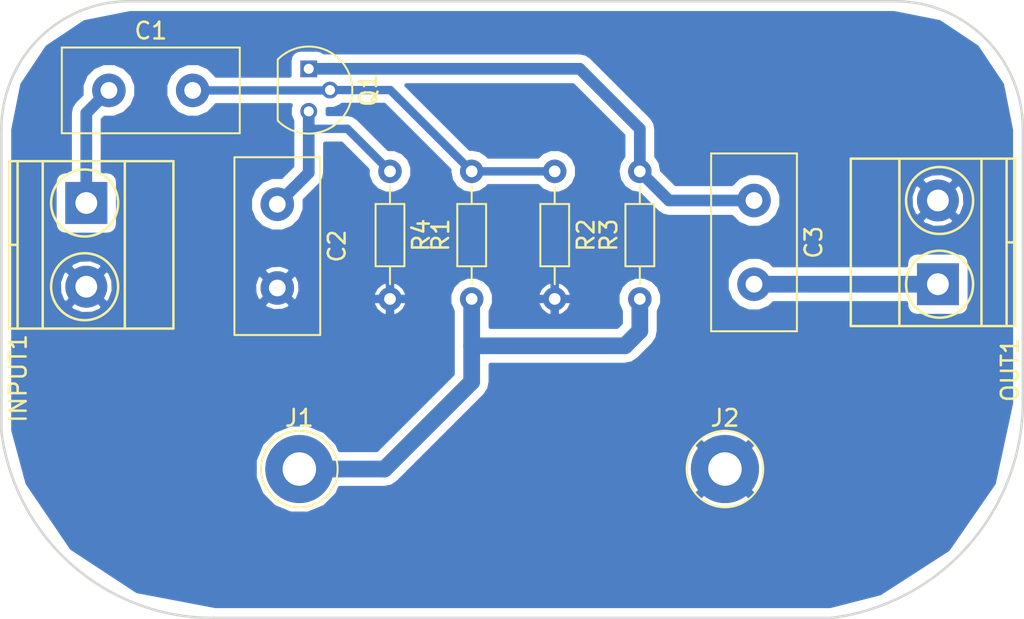
<source format=kicad_pcb>
(kicad_pcb (version 4) (host pcbnew 4.0.6)

  (general
    (links 16)
    (no_connects 0)
    (area 111.675 76.124999 173.075 113.10538)
    (thickness 1.6)
    (drawings 10)
    (tracks 25)
    (zones 0)
    (modules 12)
    (nets 8)
  )

  (page A4)
  (title_block
    (title "Single Transistor AMP")
  )

  (layers
    (0 F.Cu signal)
    (31 B.Cu signal)
    (32 B.Adhes user)
    (33 F.Adhes user)
    (34 B.Paste user)
    (35 F.Paste user)
    (36 B.SilkS user)
    (37 F.SilkS user)
    (38 B.Mask user)
    (39 F.Mask user)
    (40 Dwgs.User user)
    (41 Cmts.User user)
    (42 Eco1.User user)
    (43 Eco2.User user)
    (44 Edge.Cuts user)
    (45 Margin user)
    (46 B.CrtYd user)
    (47 F.CrtYd user)
    (48 B.Fab user)
    (49 F.Fab user)
  )

  (setup
    (last_trace_width 0.25)
    (user_trace_width 0.2)
    (user_trace_width 0.3)
    (user_trace_width 0.5)
    (user_trace_width 0.7)
    (user_trace_width 1)
    (user_trace_width 1.2)
    (user_trace_width 1.5)
    (user_trace_width 1.7)
    (trace_clearance 0.25)
    (zone_clearance 0.508)
    (zone_45_only no)
    (trace_min 0.2)
    (segment_width 0.2)
    (edge_width 0.15)
    (via_size 0.6)
    (via_drill 0.4)
    (via_min_size 0.4)
    (via_min_drill 0.3)
    (uvia_size 0.3)
    (uvia_drill 0.1)
    (uvias_allowed no)
    (uvia_min_size 0.2)
    (uvia_min_drill 0.1)
    (pcb_text_width 0.3)
    (pcb_text_size 1.5 1.5)
    (mod_edge_width 0.15)
    (mod_text_size 1 1)
    (mod_text_width 0.15)
    (pad_size 4.064 4.064)
    (pad_drill 2)
    (pad_to_mask_clearance 0.2)
    (aux_axis_origin 0 0)
    (visible_elements 7FFFFFFF)
    (pcbplotparams
      (layerselection 0x00000_80000001)
      (usegerberextensions false)
      (excludeedgelayer true)
      (linewidth 0.100000)
      (plotframeref false)
      (viasonmask false)
      (mode 1)
      (useauxorigin false)
      (hpglpennumber 1)
      (hpglpenspeed 20)
      (hpglpendiameter 15)
      (hpglpenoverlay 2)
      (psnegative false)
      (psa4output false)
      (plotreference true)
      (plotvalue true)
      (plotinvisibletext false)
      (padsonsilk false)
      (subtractmaskfromsilk false)
      (outputformat 5)
      (mirror false)
      (drillshape 0)
      (scaleselection 1)
      (outputdirectory ""))
  )

  (net 0 "")
  (net 1 "Net-(C1-Pad1)")
  (net 2 "Net-(C1-Pad2)")
  (net 3 "Net-(C2-Pad1)")
  (net 4 GND)
  (net 5 "Net-(C3-Pad1)")
  (net 6 "Net-(C3-Pad2)")
  (net 7 +12V)

  (net_class Default "This is the default net class."
    (clearance 0.25)
    (trace_width 0.25)
    (via_dia 0.6)
    (via_drill 0.4)
    (uvia_dia 0.3)
    (uvia_drill 0.1)
    (add_net "Net-(C1-Pad1)")
    (add_net "Net-(C1-Pad2)")
    (add_net "Net-(C2-Pad1)")
    (add_net "Net-(C3-Pad1)")
    (add_net "Net-(C3-Pad2)")
  )

  (net_class Power ""
    (clearance 0.25)
    (trace_width 0.25)
    (via_dia 0.6)
    (via_drill 0.4)
    (uvia_dia 0.3)
    (uvia_drill 0.1)
    (add_net +12V)
    (add_net GND)
  )

  (module Connectors:1pin (layer F.Cu) (tedit 591F642E) (tstamp 591F6473)
    (at 154.94 104.14)
    (descr "module 1 pin (ou trou mecanique de percage)")
    (tags DEV)
    (path /591F7874)
    (fp_text reference J2 (at 0 -3.048) (layer F.SilkS)
      (effects (font (size 1 1) (thickness 0.15)))
    )
    (fp_text value GND (at 0 3) (layer F.Fab)
      (effects (font (size 1 1) (thickness 0.15)))
    )
    (fp_circle (center 0 0) (end 2 0.8) (layer F.Fab) (width 0.1))
    (fp_circle (center 0 0) (end 2.6 0) (layer F.CrtYd) (width 0.05))
    (fp_circle (center 0 0) (end 0 -2.286) (layer F.SilkS) (width 0.12))
    (pad 1 thru_hole circle (at 0 0) (size 4.064 4.064) (drill 2) (layers *.Cu *.Mask)
      (net 4 GND))
  )

  (module Connectors_Terminal_Blocks:TerminalBlock_Pheonix_MKDS1.5-2pol (layer F.Cu) (tedit 563007E4) (tstamp 591F2A1A)
    (at 116.825 88.25 270)
    (descr "2-way 5mm pitch terminal block, Phoenix MKDS series")
    (path /591F2347)
    (fp_text reference INPUT1 (at 10.475 4.075 270) (layer F.SilkS)
      (effects (font (size 1 1) (thickness 0.15)))
    )
    (fp_text value SIGNAL (at 2.5 -6.6 270) (layer F.Fab)
      (effects (font (size 1 1) (thickness 0.15)))
    )
    (fp_line (start -2.7 -5.4) (end 7.7 -5.4) (layer F.CrtYd) (width 0.05))
    (fp_line (start -2.7 4.8) (end -2.7 -5.4) (layer F.CrtYd) (width 0.05))
    (fp_line (start 7.7 4.8) (end -2.7 4.8) (layer F.CrtYd) (width 0.05))
    (fp_line (start 7.7 -5.4) (end 7.7 4.8) (layer F.CrtYd) (width 0.05))
    (fp_line (start 2.5 4.1) (end 2.5 4.6) (layer F.SilkS) (width 0.15))
    (fp_circle (center 5 0.1) (end 3 0.1) (layer F.SilkS) (width 0.15))
    (fp_circle (center 0 0.1) (end 2 0.1) (layer F.SilkS) (width 0.15))
    (fp_line (start -2.5 2.6) (end 7.5 2.6) (layer F.SilkS) (width 0.15))
    (fp_line (start -2.5 -2.3) (end 7.5 -2.3) (layer F.SilkS) (width 0.15))
    (fp_line (start -2.5 4.1) (end 7.5 4.1) (layer F.SilkS) (width 0.15))
    (fp_line (start -2.5 4.6) (end 7.5 4.6) (layer F.SilkS) (width 0.15))
    (fp_line (start 7.5 4.6) (end 7.5 -5.2) (layer F.SilkS) (width 0.15))
    (fp_line (start 7.5 -5.2) (end -2.5 -5.2) (layer F.SilkS) (width 0.15))
    (fp_line (start -2.5 -5.2) (end -2.5 4.6) (layer F.SilkS) (width 0.15))
    (pad 1 thru_hole rect (at 0 0 270) (size 2.5 2.5) (drill 1.3) (layers *.Cu *.Mask)
      (net 1 "Net-(C1-Pad1)"))
    (pad 2 thru_hole circle (at 5 0 270) (size 2.5 2.5) (drill 1.3) (layers *.Cu *.Mask)
      (net 4 GND))
    (model Terminal_Blocks.3dshapes/TerminalBlock_Pheonix_MKDS1.5-2pol.wrl
      (at (xyz 0.0984 0 0))
      (scale (xyz 1 1 1))
      (rotate (xyz 0 0 0))
    )
  )

  (module Connectors_Terminal_Blocks:TerminalBlock_Pheonix_MKDS1.5-2pol (layer F.Cu) (tedit 563007E4) (tstamp 591F2A2E)
    (at 167.65 93.1 90)
    (descr "2-way 5mm pitch terminal block, Phoenix MKDS series")
    (path /591F2234)
    (fp_text reference OUT1 (at -5.125 4.3 90) (layer F.SilkS)
      (effects (font (size 1 1) (thickness 0.15)))
    )
    (fp_text value Signal (at 2.5 -6.6 90) (layer F.Fab)
      (effects (font (size 1 1) (thickness 0.15)))
    )
    (fp_line (start -2.7 -5.4) (end 7.7 -5.4) (layer F.CrtYd) (width 0.05))
    (fp_line (start -2.7 4.8) (end -2.7 -5.4) (layer F.CrtYd) (width 0.05))
    (fp_line (start 7.7 4.8) (end -2.7 4.8) (layer F.CrtYd) (width 0.05))
    (fp_line (start 7.7 -5.4) (end 7.7 4.8) (layer F.CrtYd) (width 0.05))
    (fp_line (start 2.5 4.1) (end 2.5 4.6) (layer F.SilkS) (width 0.15))
    (fp_circle (center 5 0.1) (end 3 0.1) (layer F.SilkS) (width 0.15))
    (fp_circle (center 0 0.1) (end 2 0.1) (layer F.SilkS) (width 0.15))
    (fp_line (start -2.5 2.6) (end 7.5 2.6) (layer F.SilkS) (width 0.15))
    (fp_line (start -2.5 -2.3) (end 7.5 -2.3) (layer F.SilkS) (width 0.15))
    (fp_line (start -2.5 4.1) (end 7.5 4.1) (layer F.SilkS) (width 0.15))
    (fp_line (start -2.5 4.6) (end 7.5 4.6) (layer F.SilkS) (width 0.15))
    (fp_line (start 7.5 4.6) (end 7.5 -5.2) (layer F.SilkS) (width 0.15))
    (fp_line (start 7.5 -5.2) (end -2.5 -5.2) (layer F.SilkS) (width 0.15))
    (fp_line (start -2.5 -5.2) (end -2.5 4.6) (layer F.SilkS) (width 0.15))
    (pad 1 thru_hole rect (at 0 0 90) (size 2.5 2.5) (drill 1.3) (layers *.Cu *.Mask)
      (net 6 "Net-(C3-Pad2)"))
    (pad 2 thru_hole circle (at 5 0 90) (size 2.5 2.5) (drill 1.3) (layers *.Cu *.Mask)
      (net 4 GND))
    (model Terminal_Blocks.3dshapes/TerminalBlock_Pheonix_MKDS1.5-2pol.wrl
      (at (xyz 0.0984 0 0))
      (scale (xyz 1 1 1))
      (rotate (xyz 0 0 0))
    )
  )

  (module TO_SOT_Packages_THT:TO-92_Molded_Narrow (layer F.Cu) (tedit 58CE52AF) (tstamp 591F2A40)
    (at 130.1 80.235 270)
    (descr "TO-92 leads molded, narrow, drill 0.6mm (see NXP sot054_po.pdf)")
    (tags "to-92 sc-43 sc-43a sot54 PA33 transistor")
    (path /591F19E0)
    (fp_text reference Q1 (at 1.27 -3.56 270) (layer F.SilkS)
      (effects (font (size 1 1) (thickness 0.15)))
    )
    (fp_text value BC548 (at 1.27 2.79 270) (layer F.Fab)
      (effects (font (size 1 1) (thickness 0.15)))
    )
    (fp_text user %R (at 1.27 -3.56 270) (layer F.Fab)
      (effects (font (size 1 1) (thickness 0.15)))
    )
    (fp_line (start -0.53 1.85) (end 3.07 1.85) (layer F.SilkS) (width 0.12))
    (fp_line (start -0.5 1.75) (end 3 1.75) (layer F.Fab) (width 0.1))
    (fp_line (start -1.46 -2.73) (end 4 -2.73) (layer F.CrtYd) (width 0.05))
    (fp_line (start -1.46 -2.73) (end -1.46 2.01) (layer F.CrtYd) (width 0.05))
    (fp_line (start 4 2.01) (end 4 -2.73) (layer F.CrtYd) (width 0.05))
    (fp_line (start 4 2.01) (end -1.46 2.01) (layer F.CrtYd) (width 0.05))
    (fp_arc (start 1.27 0) (end 1.27 -2.48) (angle 135) (layer F.Fab) (width 0.1))
    (fp_arc (start 1.27 0) (end 1.27 -2.6) (angle -135) (layer F.SilkS) (width 0.12))
    (fp_arc (start 1.27 0) (end 1.27 -2.48) (angle -135) (layer F.Fab) (width 0.1))
    (fp_arc (start 1.27 0) (end 1.27 -2.6) (angle 135) (layer F.SilkS) (width 0.12))
    (pad 2 thru_hole circle (at 1.27 -1.27) (size 1 1) (drill 0.6) (layers *.Cu *.Mask)
      (net 2 "Net-(C1-Pad2)"))
    (pad 3 thru_hole circle (at 2.54 0) (size 1 1) (drill 0.6) (layers *.Cu *.Mask)
      (net 3 "Net-(C2-Pad1)"))
    (pad 1 thru_hole rect (at 0 0) (size 1 1) (drill 0.6) (layers *.Cu *.Mask)
      (net 5 "Net-(C3-Pad1)"))
    (model ${KISYS3DMOD}/TO_SOT_Packages_THT.3dshapes/TO-92_Molded_Narrow.wrl
      (at (xyz 0.05 0 0))
      (scale (xyz 1 1 1))
      (rotate (xyz 0 0 -90))
    )
  )

  (module Resistors_THT:R_Axial_DIN0204_L3.6mm_D1.6mm_P7.62mm_Horizontal (layer F.Cu) (tedit 5874F706) (tstamp 591F2A6C)
    (at 144.78 86.36 270)
    (descr "Resistor, Axial_DIN0204 series, Axial, Horizontal, pin pitch=7.62mm, 0.16666666666666666W = 1/6W, length*diameter=3.6*1.6mm^2, http://cdn-reichelt.de/documents/datenblatt/B400/1_4W%23YAG.pdf")
    (tags "Resistor Axial_DIN0204 series Axial Horizontal pin pitch 7.62mm 0.16666666666666666W = 1/6W length 3.6mm diameter 1.6mm")
    (path /591F1B97)
    (fp_text reference R2 (at 3.81 -1.86 270) (layer F.SilkS)
      (effects (font (size 1 1) (thickness 0.15)))
    )
    (fp_text value 6,8k (at 3.81 1.86 270) (layer F.Fab)
      (effects (font (size 1 1) (thickness 0.15)))
    )
    (fp_line (start 2.01 -0.8) (end 2.01 0.8) (layer F.Fab) (width 0.1))
    (fp_line (start 2.01 0.8) (end 5.61 0.8) (layer F.Fab) (width 0.1))
    (fp_line (start 5.61 0.8) (end 5.61 -0.8) (layer F.Fab) (width 0.1))
    (fp_line (start 5.61 -0.8) (end 2.01 -0.8) (layer F.Fab) (width 0.1))
    (fp_line (start 0 0) (end 2.01 0) (layer F.Fab) (width 0.1))
    (fp_line (start 7.62 0) (end 5.61 0) (layer F.Fab) (width 0.1))
    (fp_line (start 1.95 -0.86) (end 1.95 0.86) (layer F.SilkS) (width 0.12))
    (fp_line (start 1.95 0.86) (end 5.67 0.86) (layer F.SilkS) (width 0.12))
    (fp_line (start 5.67 0.86) (end 5.67 -0.86) (layer F.SilkS) (width 0.12))
    (fp_line (start 5.67 -0.86) (end 1.95 -0.86) (layer F.SilkS) (width 0.12))
    (fp_line (start 0.88 0) (end 1.95 0) (layer F.SilkS) (width 0.12))
    (fp_line (start 6.74 0) (end 5.67 0) (layer F.SilkS) (width 0.12))
    (fp_line (start -0.95 -1.15) (end -0.95 1.15) (layer F.CrtYd) (width 0.05))
    (fp_line (start -0.95 1.15) (end 8.6 1.15) (layer F.CrtYd) (width 0.05))
    (fp_line (start 8.6 1.15) (end 8.6 -1.15) (layer F.CrtYd) (width 0.05))
    (fp_line (start 8.6 -1.15) (end -0.95 -1.15) (layer F.CrtYd) (width 0.05))
    (pad 1 thru_hole circle (at 0 0 270) (size 1.4 1.4) (drill 0.7) (layers *.Cu *.Mask)
      (net 2 "Net-(C1-Pad2)"))
    (pad 2 thru_hole oval (at 7.62 0 270) (size 1.4 1.4) (drill 0.7) (layers *.Cu *.Mask)
      (net 4 GND))
    (model Resistors_THT.3dshapes/R_Axial_DIN0204_L3.6mm_D1.6mm_P7.62mm_Horizontal.wrl
      (at (xyz 0 0 0))
      (scale (xyz 0.393701 0.393701 0.393701))
      (rotate (xyz 0 0 0))
    )
  )

  (module Resistors_THT:R_Axial_DIN0204_L3.6mm_D1.6mm_P7.62mm_Horizontal (layer F.Cu) (tedit 5874F706) (tstamp 591F2A82)
    (at 149.86 93.98 90)
    (descr "Resistor, Axial_DIN0204 series, Axial, Horizontal, pin pitch=7.62mm, 0.16666666666666666W = 1/6W, length*diameter=3.6*1.6mm^2, http://cdn-reichelt.de/documents/datenblatt/B400/1_4W%23YAG.pdf")
    (tags "Resistor Axial_DIN0204 series Axial Horizontal pin pitch 7.62mm 0.16666666666666666W = 1/6W length 3.6mm diameter 1.6mm")
    (path /591F1B24)
    (fp_text reference R3 (at 3.81 -1.86 90) (layer F.SilkS)
      (effects (font (size 1 1) (thickness 0.15)))
    )
    (fp_text value 4,7k (at 3.81 1.86 90) (layer F.Fab)
      (effects (font (size 1 1) (thickness 0.15)))
    )
    (fp_line (start 2.01 -0.8) (end 2.01 0.8) (layer F.Fab) (width 0.1))
    (fp_line (start 2.01 0.8) (end 5.61 0.8) (layer F.Fab) (width 0.1))
    (fp_line (start 5.61 0.8) (end 5.61 -0.8) (layer F.Fab) (width 0.1))
    (fp_line (start 5.61 -0.8) (end 2.01 -0.8) (layer F.Fab) (width 0.1))
    (fp_line (start 0 0) (end 2.01 0) (layer F.Fab) (width 0.1))
    (fp_line (start 7.62 0) (end 5.61 0) (layer F.Fab) (width 0.1))
    (fp_line (start 1.95 -0.86) (end 1.95 0.86) (layer F.SilkS) (width 0.12))
    (fp_line (start 1.95 0.86) (end 5.67 0.86) (layer F.SilkS) (width 0.12))
    (fp_line (start 5.67 0.86) (end 5.67 -0.86) (layer F.SilkS) (width 0.12))
    (fp_line (start 5.67 -0.86) (end 1.95 -0.86) (layer F.SilkS) (width 0.12))
    (fp_line (start 0.88 0) (end 1.95 0) (layer F.SilkS) (width 0.12))
    (fp_line (start 6.74 0) (end 5.67 0) (layer F.SilkS) (width 0.12))
    (fp_line (start -0.95 -1.15) (end -0.95 1.15) (layer F.CrtYd) (width 0.05))
    (fp_line (start -0.95 1.15) (end 8.6 1.15) (layer F.CrtYd) (width 0.05))
    (fp_line (start 8.6 1.15) (end 8.6 -1.15) (layer F.CrtYd) (width 0.05))
    (fp_line (start 8.6 -1.15) (end -0.95 -1.15) (layer F.CrtYd) (width 0.05))
    (pad 1 thru_hole circle (at 0 0 90) (size 1.4 1.4) (drill 0.7) (layers *.Cu *.Mask)
      (net 7 +12V))
    (pad 2 thru_hole oval (at 7.62 0 90) (size 1.4 1.4) (drill 0.7) (layers *.Cu *.Mask)
      (net 5 "Net-(C3-Pad1)"))
    (model Resistors_THT.3dshapes/R_Axial_DIN0204_L3.6mm_D1.6mm_P7.62mm_Horizontal.wrl
      (at (xyz 0 0 0))
      (scale (xyz 0.393701 0.393701 0.393701))
      (rotate (xyz 0 0 0))
    )
  )

  (module Resistors_THT:R_Axial_DIN0204_L3.6mm_D1.6mm_P7.62mm_Horizontal (layer F.Cu) (tedit 5874F706) (tstamp 591F2A98)
    (at 134.95 86.36 270)
    (descr "Resistor, Axial_DIN0204 series, Axial, Horizontal, pin pitch=7.62mm, 0.16666666666666666W = 1/6W, length*diameter=3.6*1.6mm^2, http://cdn-reichelt.de/documents/datenblatt/B400/1_4W%23YAG.pdf")
    (tags "Resistor Axial_DIN0204 series Axial Horizontal pin pitch 7.62mm 0.16666666666666666W = 1/6W length 3.6mm diameter 1.6mm")
    (path /591F1C35)
    (fp_text reference R4 (at 3.81 -1.86 270) (layer F.SilkS)
      (effects (font (size 1 1) (thickness 0.15)))
    )
    (fp_text value 1,8k (at 3.81 1.86 270) (layer F.Fab)
      (effects (font (size 1 1) (thickness 0.15)))
    )
    (fp_line (start 2.01 -0.8) (end 2.01 0.8) (layer F.Fab) (width 0.1))
    (fp_line (start 2.01 0.8) (end 5.61 0.8) (layer F.Fab) (width 0.1))
    (fp_line (start 5.61 0.8) (end 5.61 -0.8) (layer F.Fab) (width 0.1))
    (fp_line (start 5.61 -0.8) (end 2.01 -0.8) (layer F.Fab) (width 0.1))
    (fp_line (start 0 0) (end 2.01 0) (layer F.Fab) (width 0.1))
    (fp_line (start 7.62 0) (end 5.61 0) (layer F.Fab) (width 0.1))
    (fp_line (start 1.95 -0.86) (end 1.95 0.86) (layer F.SilkS) (width 0.12))
    (fp_line (start 1.95 0.86) (end 5.67 0.86) (layer F.SilkS) (width 0.12))
    (fp_line (start 5.67 0.86) (end 5.67 -0.86) (layer F.SilkS) (width 0.12))
    (fp_line (start 5.67 -0.86) (end 1.95 -0.86) (layer F.SilkS) (width 0.12))
    (fp_line (start 0.88 0) (end 1.95 0) (layer F.SilkS) (width 0.12))
    (fp_line (start 6.74 0) (end 5.67 0) (layer F.SilkS) (width 0.12))
    (fp_line (start -0.95 -1.15) (end -0.95 1.15) (layer F.CrtYd) (width 0.05))
    (fp_line (start -0.95 1.15) (end 8.6 1.15) (layer F.CrtYd) (width 0.05))
    (fp_line (start 8.6 1.15) (end 8.6 -1.15) (layer F.CrtYd) (width 0.05))
    (fp_line (start 8.6 -1.15) (end -0.95 -1.15) (layer F.CrtYd) (width 0.05))
    (pad 1 thru_hole circle (at 0 0 270) (size 1.4 1.4) (drill 0.7) (layers *.Cu *.Mask)
      (net 3 "Net-(C2-Pad1)"))
    (pad 2 thru_hole oval (at 7.62 0 270) (size 1.4 1.4) (drill 0.7) (layers *.Cu *.Mask)
      (net 4 GND))
    (model Resistors_THT.3dshapes/R_Axial_DIN0204_L3.6mm_D1.6mm_P7.62mm_Horizontal.wrl
      (at (xyz 0 0 0))
      (scale (xyz 0.393701 0.393701 0.393701))
      (rotate (xyz 0 0 0))
    )
  )

  (module Resistors_THT:R_Axial_DIN0204_L3.6mm_D1.6mm_P7.62mm_Horizontal (layer F.Cu) (tedit 5874F706) (tstamp 591F62AE)
    (at 139.825 93.98 90)
    (descr "Resistor, Axial_DIN0204 series, Axial, Horizontal, pin pitch=7.62mm, 0.16666666666666666W = 1/6W, length*diameter=3.6*1.6mm^2, http://cdn-reichelt.de/documents/datenblatt/B400/1_4W%23YAG.pdf")
    (tags "Resistor Axial_DIN0204 series Axial Horizontal pin pitch 7.62mm 0.16666666666666666W = 1/6W length 3.6mm diameter 1.6mm")
    (path /591F1BDE)
    (fp_text reference R1 (at 3.81 -1.86 90) (layer F.SilkS)
      (effects (font (size 1 1) (thickness 0.15)))
    )
    (fp_text value 22k (at 3.81 1.86 90) (layer F.Fab)
      (effects (font (size 1 1) (thickness 0.15)))
    )
    (fp_line (start 2.01 -0.8) (end 2.01 0.8) (layer F.Fab) (width 0.1))
    (fp_line (start 2.01 0.8) (end 5.61 0.8) (layer F.Fab) (width 0.1))
    (fp_line (start 5.61 0.8) (end 5.61 -0.8) (layer F.Fab) (width 0.1))
    (fp_line (start 5.61 -0.8) (end 2.01 -0.8) (layer F.Fab) (width 0.1))
    (fp_line (start 0 0) (end 2.01 0) (layer F.Fab) (width 0.1))
    (fp_line (start 7.62 0) (end 5.61 0) (layer F.Fab) (width 0.1))
    (fp_line (start 1.95 -0.86) (end 1.95 0.86) (layer F.SilkS) (width 0.12))
    (fp_line (start 1.95 0.86) (end 5.67 0.86) (layer F.SilkS) (width 0.12))
    (fp_line (start 5.67 0.86) (end 5.67 -0.86) (layer F.SilkS) (width 0.12))
    (fp_line (start 5.67 -0.86) (end 1.95 -0.86) (layer F.SilkS) (width 0.12))
    (fp_line (start 0.88 0) (end 1.95 0) (layer F.SilkS) (width 0.12))
    (fp_line (start 6.74 0) (end 5.67 0) (layer F.SilkS) (width 0.12))
    (fp_line (start -0.95 -1.15) (end -0.95 1.15) (layer F.CrtYd) (width 0.05))
    (fp_line (start -0.95 1.15) (end 8.6 1.15) (layer F.CrtYd) (width 0.05))
    (fp_line (start 8.6 1.15) (end 8.6 -1.15) (layer F.CrtYd) (width 0.05))
    (fp_line (start 8.6 -1.15) (end -0.95 -1.15) (layer F.CrtYd) (width 0.05))
    (pad 1 thru_hole circle (at 0 0 90) (size 1.4 1.4) (drill 0.7) (layers *.Cu *.Mask)
      (net 7 +12V))
    (pad 2 thru_hole oval (at 7.62 0 90) (size 1.4 1.4) (drill 0.7) (layers *.Cu *.Mask)
      (net 2 "Net-(C1-Pad2)"))
    (model Resistors_THT.3dshapes/R_Axial_DIN0204_L3.6mm_D1.6mm_P7.62mm_Horizontal.wrl
      (at (xyz 0 0 0))
      (scale (xyz 0.393701 0.393701 0.393701))
      (rotate (xyz 0 0 0))
    )
  )

  (module Connectors:1pin (layer F.Cu) (tedit 591F6420) (tstamp 591F646B)
    (at 129.54 104.14)
    (descr "module 1 pin (ou trou mecanique de percage)")
    (tags DEV)
    (path /591F7342)
    (fp_text reference J1 (at 0 -3.048) (layer F.SilkS)
      (effects (font (size 1 1) (thickness 0.15)))
    )
    (fp_text value +12V (at 0 3) (layer F.Fab)
      (effects (font (size 1 1) (thickness 0.15)))
    )
    (fp_circle (center 0 0) (end 2 0.8) (layer F.Fab) (width 0.1))
    (fp_circle (center 0 0) (end 2.6 0) (layer F.CrtYd) (width 0.05))
    (fp_circle (center 0 0) (end 0 -2.286) (layer F.SilkS) (width 0.12))
    (pad 1 thru_hole circle (at 0 0) (size 4.064 4.064) (drill 2) (layers *.Cu *.Mask)
      (net 7 +12V))
  )

  (module Capacitors_THT:C_Disc_D10.5mm_W5.0mm_P5.00mm (layer F.Cu) (tedit 58765D06) (tstamp 591F6496)
    (at 118.175 81.525)
    (descr "C, Disc series, Radial, pin pitch=5.00mm, , diameter*width=10.5*5.0mm^2, Capacitor, http://www.vishay.com/docs/28535/vy2series.pdf")
    (tags "C Disc series Radial pin pitch 5.00mm  diameter 10.5mm width 5.0mm Capacitor")
    (path /591F68E4)
    (fp_text reference C1 (at 2.5 -3.56) (layer F.SilkS)
      (effects (font (size 1 1) (thickness 0.15)))
    )
    (fp_text value 20uF (at 2.5 3.56) (layer F.Fab)
      (effects (font (size 1 1) (thickness 0.15)))
    )
    (fp_line (start -2.75 -2.5) (end -2.75 2.5) (layer F.Fab) (width 0.1))
    (fp_line (start -2.75 2.5) (end 7.75 2.5) (layer F.Fab) (width 0.1))
    (fp_line (start 7.75 2.5) (end 7.75 -2.5) (layer F.Fab) (width 0.1))
    (fp_line (start 7.75 -2.5) (end -2.75 -2.5) (layer F.Fab) (width 0.1))
    (fp_line (start -2.81 -2.56) (end 7.81 -2.56) (layer F.SilkS) (width 0.12))
    (fp_line (start -2.81 2.56) (end 7.81 2.56) (layer F.SilkS) (width 0.12))
    (fp_line (start -2.81 -2.56) (end -2.81 2.56) (layer F.SilkS) (width 0.12))
    (fp_line (start 7.81 -2.56) (end 7.81 2.56) (layer F.SilkS) (width 0.12))
    (fp_line (start -3.1 -2.85) (end -3.1 2.85) (layer F.CrtYd) (width 0.05))
    (fp_line (start -3.1 2.85) (end 8.1 2.85) (layer F.CrtYd) (width 0.05))
    (fp_line (start 8.1 2.85) (end 8.1 -2.85) (layer F.CrtYd) (width 0.05))
    (fp_line (start 8.1 -2.85) (end -3.1 -2.85) (layer F.CrtYd) (width 0.05))
    (pad 1 thru_hole circle (at 0 0) (size 2 2) (drill 1) (layers *.Cu *.Mask)
      (net 1 "Net-(C1-Pad1)"))
    (pad 2 thru_hole circle (at 5 0) (size 2 2) (drill 1) (layers *.Cu *.Mask)
      (net 2 "Net-(C1-Pad2)"))
    (model Capacitors_THT.3dshapes/C_Disc_D10.5mm_W5.0mm_P5.00mm.wrl
      (at (xyz 0 0 0))
      (scale (xyz 0.393701 0.393701 0.393701))
      (rotate (xyz 0 0 0))
    )
  )

  (module Capacitors_THT:C_Disc_D10.5mm_W5.0mm_P5.00mm (layer F.Cu) (tedit 58765D06) (tstamp 591F649C)
    (at 128.225 88.325 270)
    (descr "C, Disc series, Radial, pin pitch=5.00mm, , diameter*width=10.5*5.0mm^2, Capacitor, http://www.vishay.com/docs/28535/vy2series.pdf")
    (tags "C Disc series Radial pin pitch 5.00mm  diameter 10.5mm width 5.0mm Capacitor")
    (path /591F6AD3)
    (fp_text reference C2 (at 2.5 -3.56 270) (layer F.SilkS)
      (effects (font (size 1 1) (thickness 0.15)))
    )
    (fp_text value 50uF (at 2.5 3.56 270) (layer F.Fab)
      (effects (font (size 1 1) (thickness 0.15)))
    )
    (fp_line (start -2.75 -2.5) (end -2.75 2.5) (layer F.Fab) (width 0.1))
    (fp_line (start -2.75 2.5) (end 7.75 2.5) (layer F.Fab) (width 0.1))
    (fp_line (start 7.75 2.5) (end 7.75 -2.5) (layer F.Fab) (width 0.1))
    (fp_line (start 7.75 -2.5) (end -2.75 -2.5) (layer F.Fab) (width 0.1))
    (fp_line (start -2.81 -2.56) (end 7.81 -2.56) (layer F.SilkS) (width 0.12))
    (fp_line (start -2.81 2.56) (end 7.81 2.56) (layer F.SilkS) (width 0.12))
    (fp_line (start -2.81 -2.56) (end -2.81 2.56) (layer F.SilkS) (width 0.12))
    (fp_line (start 7.81 -2.56) (end 7.81 2.56) (layer F.SilkS) (width 0.12))
    (fp_line (start -3.1 -2.85) (end -3.1 2.85) (layer F.CrtYd) (width 0.05))
    (fp_line (start -3.1 2.85) (end 8.1 2.85) (layer F.CrtYd) (width 0.05))
    (fp_line (start 8.1 2.85) (end 8.1 -2.85) (layer F.CrtYd) (width 0.05))
    (fp_line (start 8.1 -2.85) (end -3.1 -2.85) (layer F.CrtYd) (width 0.05))
    (pad 1 thru_hole circle (at 0 0 270) (size 2 2) (drill 1) (layers *.Cu *.Mask)
      (net 3 "Net-(C2-Pad1)"))
    (pad 2 thru_hole circle (at 5 0 270) (size 2 2) (drill 1) (layers *.Cu *.Mask)
      (net 4 GND))
    (model Capacitors_THT.3dshapes/C_Disc_D10.5mm_W5.0mm_P5.00mm.wrl
      (at (xyz 0 0 0))
      (scale (xyz 0.393701 0.393701 0.393701))
      (rotate (xyz 0 0 0))
    )
  )

  (module Capacitors_THT:C_Disc_D10.5mm_W5.0mm_P5.00mm (layer F.Cu) (tedit 58765D06) (tstamp 591F64A2)
    (at 156.675 88.1 270)
    (descr "C, Disc series, Radial, pin pitch=5.00mm, , diameter*width=10.5*5.0mm^2, Capacitor, http://www.vishay.com/docs/28535/vy2series.pdf")
    (tags "C Disc series Radial pin pitch 5.00mm  diameter 10.5mm width 5.0mm Capacitor")
    (path /591F6A24)
    (fp_text reference C3 (at 2.5 -3.56 270) (layer F.SilkS)
      (effects (font (size 1 1) (thickness 0.15)))
    )
    (fp_text value 20uF (at 2.5 3.56 270) (layer F.Fab)
      (effects (font (size 1 1) (thickness 0.15)))
    )
    (fp_line (start -2.75 -2.5) (end -2.75 2.5) (layer F.Fab) (width 0.1))
    (fp_line (start -2.75 2.5) (end 7.75 2.5) (layer F.Fab) (width 0.1))
    (fp_line (start 7.75 2.5) (end 7.75 -2.5) (layer F.Fab) (width 0.1))
    (fp_line (start 7.75 -2.5) (end -2.75 -2.5) (layer F.Fab) (width 0.1))
    (fp_line (start -2.81 -2.56) (end 7.81 -2.56) (layer F.SilkS) (width 0.12))
    (fp_line (start -2.81 2.56) (end 7.81 2.56) (layer F.SilkS) (width 0.12))
    (fp_line (start -2.81 -2.56) (end -2.81 2.56) (layer F.SilkS) (width 0.12))
    (fp_line (start 7.81 -2.56) (end 7.81 2.56) (layer F.SilkS) (width 0.12))
    (fp_line (start -3.1 -2.85) (end -3.1 2.85) (layer F.CrtYd) (width 0.05))
    (fp_line (start -3.1 2.85) (end 8.1 2.85) (layer F.CrtYd) (width 0.05))
    (fp_line (start 8.1 2.85) (end 8.1 -2.85) (layer F.CrtYd) (width 0.05))
    (fp_line (start 8.1 -2.85) (end -3.1 -2.85) (layer F.CrtYd) (width 0.05))
    (pad 1 thru_hole circle (at 0 0 270) (size 2 2) (drill 1) (layers *.Cu *.Mask)
      (net 5 "Net-(C3-Pad1)"))
    (pad 2 thru_hole circle (at 5 0 270) (size 2 2) (drill 1) (layers *.Cu *.Mask)
      (net 6 "Net-(C3-Pad2)"))
    (model Capacitors_THT.3dshapes/C_Disc_D10.5mm_W5.0mm_P5.00mm.wrl
      (at (xyz 0 0 0))
      (scale (xyz 0.393701 0.393701 0.393701))
      (rotate (xyz 0 0 0))
    )
  )

  (gr_line (start 111.759624 101.905287) (end 111.76 93.98) (layer Edge.Cuts) (width 0.15))
  (gr_line (start 172.72 93.98) (end 172.72 100.29) (layer Edge.Cuts) (width 0.15))
  (gr_arc (start 124.361929 100.33) (end 124.46 113.03) (angle 83.31742512) (layer Edge.Cuts) (width 0.15) (tstamp 591F5D7C))
  (gr_arc (start 159.676854 100.085973) (end 172.72 100.291152) (angle 81.97375606) (layer Edge.Cuts) (width 0.15))
  (gr_line (start 124.46 113.03) (end 161.29 113.03) (layer Edge.Cuts) (width 0.15))
  (gr_line (start 111.76 83.82) (end 111.76 93.98) (layer Edge.Cuts) (width 0.15))
  (gr_line (start 165.1 76.2) (end 119.38 76.2) (layer Edge.Cuts) (width 0.15))
  (gr_line (start 172.72 93.98) (end 172.72 83.82) (layer Edge.Cuts) (width 0.15))
  (gr_arc (start 119.38 83.82) (end 111.76 83.82) (angle 90) (layer Edge.Cuts) (width 0.15) (tstamp 591F45C9))
  (gr_arc (start 165.1 83.82) (end 165.1 76.2) (angle 90) (layer Edge.Cuts) (width 0.15))

  (segment (start 116.825 88.25) (end 116.825 82.875) (width 0.7) (layer B.Cu) (net 1))
  (segment (start 116.825 82.875) (end 118.175 81.525) (width 0.7) (layer B.Cu) (net 1))
  (segment (start 144.78 86.36) (end 139.825 86.36) (width 0.5) (layer B.Cu) (net 2))
  (segment (start 131.37 81.505) (end 134.97 81.505) (width 0.5) (layer B.Cu) (net 2))
  (segment (start 134.97 81.505) (end 139.825 86.36) (width 0.5) (layer B.Cu) (net 2))
  (segment (start 123.175 81.525) (end 131.35 81.525) (width 0.5) (layer B.Cu) (net 2))
  (segment (start 131.35 81.525) (end 131.37 81.505) (width 0.5) (layer B.Cu) (net 2))
  (segment (start 130.1 86.45) (end 130.1 83.82) (width 0.7) (layer B.Cu) (net 3))
  (segment (start 130.1 83.82) (end 130.1 82.775) (width 0.7) (layer B.Cu) (net 3))
  (segment (start 132.41 83.82) (end 130.1 83.82) (width 0.5) (layer B.Cu) (net 3))
  (segment (start 134.95 86.36) (end 132.41 83.82) (width 0.5) (layer B.Cu) (net 3))
  (segment (start 128.225 88.325) (end 130.1 86.45) (width 0.7) (layer B.Cu) (net 3))
  (segment (start 146.275 80.235) (end 149.86 83.82) (width 0.7) (layer B.Cu) (net 5))
  (segment (start 149.86 83.82) (end 149.86 86.36) (width 0.7) (layer B.Cu) (net 5))
  (segment (start 130.1 80.235) (end 146.275 80.235) (width 0.7) (layer B.Cu) (net 5))
  (segment (start 151.6 88.1) (end 149.86 86.36) (width 0.7) (layer B.Cu) (net 5))
  (segment (start 156.675 88.1) (end 151.6 88.1) (width 0.7) (layer B.Cu) (net 5))
  (segment (start 156.675 93.1) (end 167.65 93.1) (width 1) (layer B.Cu) (net 6))
  (segment (start 139.825 96.78) (end 148.97 96.78) (width 1) (layer B.Cu) (net 7))
  (segment (start 148.97 96.78) (end 149.86 95.89) (width 1) (layer B.Cu) (net 7))
  (segment (start 149.86 95.89) (end 149.86 93.98) (width 1) (layer B.Cu) (net 7))
  (segment (start 139.825 96.78) (end 139.825 98.935) (width 1) (layer B.Cu) (net 7))
  (segment (start 139.825 93.98) (end 139.825 96.78) (width 1) (layer B.Cu) (net 7))
  (segment (start 139.825 98.935) (end 134.62 104.14) (width 1) (layer B.Cu) (net 7))
  (segment (start 134.62 104.14) (end 129.54 104.14) (width 1) (layer B.Cu) (net 7))

  (zone (net 4) (net_name GND) (layer B.Cu) (tstamp 0) (hatch edge 0.508)
    (connect_pads (clearance 0.508))
    (min_thickness 0.25)
    (fill yes (arc_segments 16) (thermal_gap 0.25) (thermal_bridge_width 0.508))
    (polygon
      (pts
        (xy 166.275 76.225) (xy 166.875 76.35) (xy 167.75 76.625) (xy 168.525 76.95) (xy 169.4 77.475)
        (xy 170.325 78.225) (xy 170.85 78.7) (xy 171.125 79.075) (xy 171.625 79.8) (xy 171.9 80.275)
        (xy 172.025 80.475) (xy 172.325 81.2) (xy 172.4 81.425) (xy 172.525 81.85) (xy 172.6 82.225)
        (xy 172.65 82.375) (xy 172.725 82.95) (xy 172.775 83.5) (xy 172.775 100.275) (xy 172.7 101.425)
        (xy 172.475 102.85) (xy 172.175 104) (xy 171.65 105.4) (xy 171.2 106.325) (xy 170.5 107.45)
        (xy 169.775 108.425) (xy 169.375 108.875) (xy 168.775 109.525) (xy 168.55 109.725) (xy 167.825 110.35)
        (xy 167.1 110.875) (xy 166.35 111.35) (xy 165.425 111.85) (xy 164.5 112.275) (xy 163.8 112.5)
        (xy 163.275 112.675) (xy 162.025 112.975) (xy 161.65 113.025) (xy 123.325 113.025) (xy 121.975 112.85)
        (xy 120.675 112.55) (xy 119.55 112.15) (xy 118.4 111.625) (xy 117.6 111.15) (xy 116.4 110.3)
        (xy 116.025 109.975) (xy 115.375 109.4) (xy 114.95 108.925) (xy 114.7 108.65) (xy 114.3 108.15)
        (xy 113.925 107.675) (xy 113.8 107.5) (xy 113.675 107.275) (xy 113.4 106.825) (xy 113.175 106.45)
        (xy 112.925 105.95) (xy 112.775 105.65) (xy 112.575 105.225) (xy 112.325 104.55) (xy 112.175 104.125)
        (xy 112.1 103.825) (xy 112.025 103.525) (xy 111.975 103.35) (xy 111.95 103.275) (xy 111.9 103.05)
        (xy 111.875 102.95) (xy 111.85 102.9) (xy 111.8 102.525) (xy 111.75 102.3) (xy 111.725 101.925)
        (xy 111.7 101.9) (xy 111.675 83.775) (xy 111.825 82.45) (xy 112.05 81.525) (xy 112.325 80.8)
        (xy 112.675 80.075) (xy 113 79.525) (xy 113.25 79.175) (xy 113.625 78.725) (xy 114.175 78.15)
        (xy 114.725 77.7) (xy 115.325 77.275) (xy 116.375 76.75) (xy 117.125 76.475) (xy 117.925 76.275)
        (xy 118.325 76.2) (xy 118.625 76.2) (xy 120.675 76.2) (xy 124.25 76.2) (xy 131.925 76.2)
        (xy 166.075 76.2)
      )
    )
    (filled_polygon
      (pts
        (xy 167.739799 77.446959) (xy 169.977713 78.942284) (xy 171.473041 81.1802) (xy 172.012 83.889732) (xy 172.012 100.215791)
        (xy 170.986137 104.980226) (xy 168.25232 108.935549) (xy 164.19145 111.557494) (xy 161.205654 112.322) (xy 124.526974 112.322)
        (xy 119.863543 111.431765) (xy 115.957504 108.865239) (xy 113.318963 104.981641) (xy 113.234666 104.667776) (xy 126.874539 104.667776)
        (xy 127.279406 105.647629) (xy 128.028428 106.397959) (xy 129.007573 106.804536) (xy 130.067776 106.805461) (xy 131.047629 106.400594)
        (xy 131.55132 105.897781) (xy 153.364652 105.897781) (xy 153.603841 106.198534) (xy 154.493316 106.553163) (xy 155.450796 106.54041)
        (xy 156.276159 106.198534) (xy 156.515348 105.897781) (xy 154.94 104.322434) (xy 153.364652 105.897781) (xy 131.55132 105.897781)
        (xy 131.797959 105.651572) (xy 131.955156 105.273) (xy 134.62 105.273) (xy 135.053581 105.186756) (xy 135.421152 104.941152)
        (xy 136.668988 103.693316) (xy 152.526837 103.693316) (xy 152.53959 104.650796) (xy 152.881466 105.476159) (xy 153.182219 105.715348)
        (xy 154.757566 104.14) (xy 155.122434 104.14) (xy 156.697781 105.715348) (xy 156.998534 105.476159) (xy 157.353163 104.586684)
        (xy 157.34041 103.629204) (xy 156.998534 102.803841) (xy 156.697781 102.564652) (xy 155.122434 104.14) (xy 154.757566 104.14)
        (xy 153.182219 102.564652) (xy 152.881466 102.803841) (xy 152.526837 103.693316) (xy 136.668988 103.693316) (xy 137.980085 102.382219)
        (xy 153.364652 102.382219) (xy 154.94 103.957566) (xy 156.515348 102.382219) (xy 156.276159 102.081466) (xy 155.386684 101.726837)
        (xy 154.429204 101.73959) (xy 153.603841 102.081466) (xy 153.364652 102.382219) (xy 137.980085 102.382219) (xy 140.626152 99.736152)
        (xy 140.871756 99.368581) (xy 140.958 98.935) (xy 140.958 97.913) (xy 148.97 97.913) (xy 149.403581 97.826756)
        (xy 149.771152 97.581152) (xy 150.661152 96.691152) (xy 150.906756 96.323581) (xy 150.993 95.89) (xy 150.993 94.727407)
        (xy 151.192768 94.246313) (xy 151.193231 93.716013) (xy 151.072325 93.423399) (xy 155.041718 93.423399) (xy 155.289803 94.023812)
        (xy 155.748772 94.483582) (xy 156.348751 94.732716) (xy 156.998399 94.733282) (xy 157.598812 94.485197) (xy 157.851449 94.233)
        (xy 165.754599 94.233) (xy 165.754599 94.35) (xy 165.798737 94.584576) (xy 165.937372 94.800019) (xy 166.148903 94.944553)
        (xy 166.4 94.995401) (xy 168.9 94.995401) (xy 169.134576 94.951263) (xy 169.350019 94.812628) (xy 169.494553 94.601097)
        (xy 169.545401 94.35) (xy 169.545401 91.85) (xy 169.501263 91.615424) (xy 169.362628 91.399981) (xy 169.151097 91.255447)
        (xy 168.9 91.204599) (xy 166.4 91.204599) (xy 166.165424 91.248737) (xy 165.949981 91.387372) (xy 165.805447 91.598903)
        (xy 165.754599 91.85) (xy 165.754599 91.967) (xy 157.851373 91.967) (xy 157.601228 91.716418) (xy 157.001249 91.467284)
        (xy 156.351601 91.466718) (xy 155.751188 91.714803) (xy 155.291418 92.173772) (xy 155.042284 92.773751) (xy 155.041718 93.423399)
        (xy 151.072325 93.423399) (xy 150.990721 93.225903) (xy 150.61607 92.850597) (xy 150.126313 92.647232) (xy 149.596013 92.646769)
        (xy 149.105903 92.849279) (xy 148.730597 93.22393) (xy 148.527232 93.713687) (xy 148.526769 94.243987) (xy 148.727 94.728581)
        (xy 148.727 95.420696) (xy 148.500696 95.647) (xy 140.958 95.647) (xy 140.958 94.727407) (xy 141.146119 94.274366)
        (xy 143.746074 94.274366) (xy 143.937426 94.647625) (xy 144.257052 94.919244) (xy 144.485636 95.013913) (xy 144.651 94.952734)
        (xy 144.651 94.109) (xy 144.909 94.109) (xy 144.909 94.952734) (xy 145.074364 95.013913) (xy 145.302948 94.919244)
        (xy 145.622574 94.647625) (xy 145.813926 94.274366) (xy 145.753496 94.109) (xy 144.909 94.109) (xy 144.651 94.109)
        (xy 143.806504 94.109) (xy 143.746074 94.274366) (xy 141.146119 94.274366) (xy 141.157768 94.246313) (xy 141.158231 93.716013)
        (xy 141.145679 93.685634) (xy 143.746074 93.685634) (xy 143.806504 93.851) (xy 144.651 93.851) (xy 144.651 93.007266)
        (xy 144.909 93.007266) (xy 144.909 93.851) (xy 145.753496 93.851) (xy 145.813926 93.685634) (xy 145.622574 93.312375)
        (xy 145.302948 93.040756) (xy 145.074364 92.946087) (xy 144.909 93.007266) (xy 144.651 93.007266) (xy 144.485636 92.946087)
        (xy 144.257052 93.040756) (xy 143.937426 93.312375) (xy 143.746074 93.685634) (xy 141.145679 93.685634) (xy 140.955721 93.225903)
        (xy 140.58107 92.850597) (xy 140.091313 92.647232) (xy 139.561013 92.646769) (xy 139.070903 92.849279) (xy 138.695597 93.22393)
        (xy 138.492232 93.713687) (xy 138.491769 94.243987) (xy 138.692 94.728581) (xy 138.692 98.465696) (xy 134.150696 103.007)
        (xy 131.955388 103.007) (xy 131.800594 102.632371) (xy 131.051572 101.882041) (xy 130.072427 101.475464) (xy 129.012224 101.474539)
        (xy 128.032371 101.879406) (xy 127.282041 102.628428) (xy 126.875464 103.607573) (xy 126.874539 104.667776) (xy 113.234666 104.667776)
        (xy 112.467628 101.81188) (xy 112.467978 94.442715) (xy 115.814718 94.442715) (xy 115.958456 94.662163) (xy 116.564829 94.88628)
        (xy 117.21081 94.861288) (xy 117.691544 94.662163) (xy 117.835282 94.442715) (xy 117.729304 94.336737) (xy 127.395697 94.336737)
        (xy 127.508821 94.530204) (xy 128.024549 94.712534) (xy 128.570794 94.683624) (xy 128.941179 94.530204) (xy 129.054303 94.336737)
        (xy 128.991932 94.274366) (xy 133.916074 94.274366) (xy 134.107426 94.647625) (xy 134.427052 94.919244) (xy 134.655636 95.013913)
        (xy 134.821 94.952734) (xy 134.821 94.109) (xy 135.079 94.109) (xy 135.079 94.952734) (xy 135.244364 95.013913)
        (xy 135.472948 94.919244) (xy 135.792574 94.647625) (xy 135.983926 94.274366) (xy 135.923496 94.109) (xy 135.079 94.109)
        (xy 134.821 94.109) (xy 133.976504 94.109) (xy 133.916074 94.274366) (xy 128.991932 94.274366) (xy 128.225 93.507434)
        (xy 127.395697 94.336737) (xy 117.729304 94.336737) (xy 116.825 93.432434) (xy 115.814718 94.442715) (xy 112.467978 94.442715)
        (xy 112.468 93.980034) (xy 112.467997 93.980017) (xy 112.468 93.98) (xy 112.468 92.989829) (xy 115.18872 92.989829)
        (xy 115.213712 93.63581) (xy 115.412837 94.116544) (xy 115.632285 94.260282) (xy 116.642566 93.25) (xy 117.007434 93.25)
        (xy 118.017715 94.260282) (xy 118.237163 94.116544) (xy 118.46128 93.510171) (xy 118.446361 93.124549) (xy 126.837466 93.124549)
        (xy 126.866376 93.670794) (xy 127.019796 94.041179) (xy 127.213263 94.154303) (xy 128.042566 93.325) (xy 128.407434 93.325)
        (xy 129.236737 94.154303) (xy 129.430204 94.041179) (xy 129.555903 93.685634) (xy 133.916074 93.685634) (xy 133.976504 93.851)
        (xy 134.821 93.851) (xy 134.821 93.007266) (xy 135.079 93.007266) (xy 135.079 93.851) (xy 135.923496 93.851)
        (xy 135.983926 93.685634) (xy 135.792574 93.312375) (xy 135.472948 93.040756) (xy 135.244364 92.946087) (xy 135.079 93.007266)
        (xy 134.821 93.007266) (xy 134.655636 92.946087) (xy 134.427052 93.040756) (xy 134.107426 93.312375) (xy 133.916074 93.685634)
        (xy 129.555903 93.685634) (xy 129.612534 93.525451) (xy 129.583624 92.979206) (xy 129.430204 92.608821) (xy 129.236737 92.495697)
        (xy 128.407434 93.325) (xy 128.042566 93.325) (xy 127.213263 92.495697) (xy 127.019796 92.608821) (xy 126.837466 93.124549)
        (xy 118.446361 93.124549) (xy 118.436288 92.86419) (xy 118.237163 92.383456) (xy 118.129998 92.313263) (xy 127.395697 92.313263)
        (xy 128.225 93.142566) (xy 129.054303 92.313263) (xy 128.941179 92.119796) (xy 128.425451 91.937466) (xy 127.879206 91.966376)
        (xy 127.508821 92.119796) (xy 127.395697 92.313263) (xy 118.129998 92.313263) (xy 118.017715 92.239718) (xy 117.007434 93.25)
        (xy 116.642566 93.25) (xy 115.632285 92.239718) (xy 115.412837 92.383456) (xy 115.18872 92.989829) (xy 112.468 92.989829)
        (xy 112.468 92.057285) (xy 115.814718 92.057285) (xy 116.825 93.067566) (xy 117.835282 92.057285) (xy 117.691544 91.837837)
        (xy 117.085171 91.61372) (xy 116.43919 91.638712) (xy 115.958456 91.837837) (xy 115.814718 92.057285) (xy 112.468 92.057285)
        (xy 112.468 87) (xy 114.929599 87) (xy 114.929599 89.5) (xy 114.973737 89.734576) (xy 115.112372 89.950019)
        (xy 115.323903 90.094553) (xy 115.575 90.145401) (xy 118.075 90.145401) (xy 118.309576 90.101263) (xy 118.525019 89.962628)
        (xy 118.669553 89.751097) (xy 118.720401 89.5) (xy 118.720401 87) (xy 118.676263 86.765424) (xy 118.537628 86.549981)
        (xy 118.326097 86.405447) (xy 118.075 86.354599) (xy 117.808 86.354599) (xy 117.808 83.282172) (xy 117.932383 83.157789)
        (xy 118.498399 83.158282) (xy 119.098812 82.910197) (xy 119.558582 82.451228) (xy 119.807716 81.851249) (xy 119.807718 81.848399)
        (xy 121.541718 81.848399) (xy 121.789803 82.448812) (xy 122.248772 82.908582) (xy 122.848751 83.157716) (xy 123.498399 83.158282)
        (xy 124.098812 82.910197) (xy 124.558582 82.451228) (xy 124.576532 82.408) (xy 129.025597 82.408) (xy 128.967197 82.548644)
        (xy 128.966804 82.999379) (xy 129.117 83.362883) (xy 129.117 86.042828) (xy 128.467617 86.692211) (xy 127.901601 86.691718)
        (xy 127.301188 86.939803) (xy 126.841418 87.398772) (xy 126.592284 87.998751) (xy 126.591718 88.648399) (xy 126.839803 89.248812)
        (xy 127.298772 89.708582) (xy 127.898751 89.957716) (xy 128.548399 89.958282) (xy 129.148812 89.710197) (xy 129.608582 89.251228)
        (xy 129.857716 88.651249) (xy 129.858212 88.08196) (xy 130.795086 87.145086) (xy 131.008174 86.826178) (xy 131.083 86.45)
        (xy 131.083 84.703) (xy 132.04425 84.703) (xy 133.617073 86.275824) (xy 133.616769 86.623987) (xy 133.819279 87.114097)
        (xy 134.19393 87.489403) (xy 134.683687 87.692768) (xy 135.213987 87.693231) (xy 135.704097 87.490721) (xy 136.079403 87.11607)
        (xy 136.282768 86.626313) (xy 136.283231 86.096013) (xy 136.080721 85.605903) (xy 135.70607 85.230597) (xy 135.216313 85.027232)
        (xy 134.865677 85.026926) (xy 133.034375 83.195625) (xy 132.74791 83.004214) (xy 132.41 82.937) (xy 131.232859 82.937)
        (xy 131.23312 82.637881) (xy 131.594379 82.638196) (xy 132.010955 82.466071) (xy 132.089162 82.388) (xy 134.60425 82.388)
        (xy 138.501645 86.285395) (xy 138.492 86.333885) (xy 138.492 86.386115) (xy 138.593469 86.896232) (xy 138.882427 87.328688)
        (xy 139.314883 87.617646) (xy 139.825 87.719115) (xy 140.335117 87.617646) (xy 140.767573 87.328688) (xy 140.824828 87.243)
        (xy 143.777957 87.243) (xy 144.02393 87.489403) (xy 144.513687 87.692768) (xy 145.043987 87.693231) (xy 145.534097 87.490721)
        (xy 145.909403 87.11607) (xy 146.112768 86.626313) (xy 146.113231 86.096013) (xy 145.910721 85.605903) (xy 145.53607 85.230597)
        (xy 145.046313 85.027232) (xy 144.516013 85.026769) (xy 144.025903 85.229279) (xy 143.777749 85.477) (xy 140.824828 85.477)
        (xy 140.767573 85.391312) (xy 140.335117 85.102354) (xy 139.825 85.000885) (xy 139.732946 85.019196) (xy 135.93175 81.218)
        (xy 145.867828 81.218) (xy 148.877 84.227172) (xy 148.877 85.451815) (xy 148.628469 85.823768) (xy 148.527 86.333885)
        (xy 148.527 86.386115) (xy 148.628469 86.896232) (xy 148.917427 87.328688) (xy 149.349883 87.617646) (xy 149.821231 87.711403)
        (xy 150.904914 88.795086) (xy 151.223822 89.008174) (xy 151.6 89.083) (xy 155.348888 89.083) (xy 155.748772 89.483582)
        (xy 156.348751 89.732716) (xy 156.998399 89.733282) (xy 157.598812 89.485197) (xy 157.791629 89.292715) (xy 166.639718 89.292715)
        (xy 166.783456 89.512163) (xy 167.389829 89.73628) (xy 168.03581 89.711288) (xy 168.516544 89.512163) (xy 168.660282 89.292715)
        (xy 167.65 88.282434) (xy 166.639718 89.292715) (xy 157.791629 89.292715) (xy 158.058582 89.026228) (xy 158.307716 88.426249)
        (xy 158.308226 87.839829) (xy 166.01372 87.839829) (xy 166.038712 88.48581) (xy 166.237837 88.966544) (xy 166.457285 89.110282)
        (xy 167.467566 88.1) (xy 167.832434 88.1) (xy 168.842715 89.110282) (xy 169.062163 88.966544) (xy 169.28628 88.360171)
        (xy 169.261288 87.71419) (xy 169.062163 87.233456) (xy 168.842715 87.089718) (xy 167.832434 88.1) (xy 167.467566 88.1)
        (xy 166.457285 87.089718) (xy 166.237837 87.233456) (xy 166.01372 87.839829) (xy 158.308226 87.839829) (xy 158.308282 87.776601)
        (xy 158.060197 87.176188) (xy 157.791763 86.907285) (xy 166.639718 86.907285) (xy 167.65 87.917566) (xy 168.660282 86.907285)
        (xy 168.516544 86.687837) (xy 167.910171 86.46372) (xy 167.26419 86.488712) (xy 166.783456 86.687837) (xy 166.639718 86.907285)
        (xy 157.791763 86.907285) (xy 157.601228 86.716418) (xy 157.001249 86.467284) (xy 156.351601 86.466718) (xy 155.751188 86.714803)
        (xy 155.348289 87.117) (xy 152.007172 87.117) (xy 151.185288 86.295116) (xy 151.091531 85.823768) (xy 150.843 85.451815)
        (xy 150.843 83.82) (xy 150.768174 83.443822) (xy 150.555086 83.124914) (xy 146.970086 79.539914) (xy 146.651178 79.326826)
        (xy 146.275 79.252) (xy 131.014359 79.252) (xy 130.851097 79.140447) (xy 130.6 79.089599) (xy 129.6 79.089599)
        (xy 129.365424 79.133737) (xy 129.149981 79.272372) (xy 129.005447 79.483903) (xy 128.954599 79.735) (xy 128.954599 80.642)
        (xy 124.57706 80.642) (xy 124.560197 80.601188) (xy 124.101228 80.141418) (xy 123.501249 79.892284) (xy 122.851601 79.891718)
        (xy 122.251188 80.139803) (xy 121.791418 80.598772) (xy 121.542284 81.198751) (xy 121.541718 81.848399) (xy 119.807718 81.848399)
        (xy 119.808282 81.201601) (xy 119.560197 80.601188) (xy 119.101228 80.141418) (xy 118.501249 79.892284) (xy 117.851601 79.891718)
        (xy 117.251188 80.139803) (xy 116.791418 80.598772) (xy 116.542284 81.198751) (xy 116.541788 81.76804) (xy 116.129914 82.179914)
        (xy 115.916826 82.498822) (xy 115.842 82.875) (xy 115.842 86.354599) (xy 115.575 86.354599) (xy 115.340424 86.398737)
        (xy 115.124981 86.537372) (xy 114.980447 86.748903) (xy 114.929599 87) (xy 112.468 87) (xy 112.468 83.889732)
        (xy 113.006959 81.180201) (xy 114.502284 78.942287) (xy 116.7402 77.446959) (xy 119.449732 76.908) (xy 165.030268 76.908)
      )
    )
  )
)

</source>
